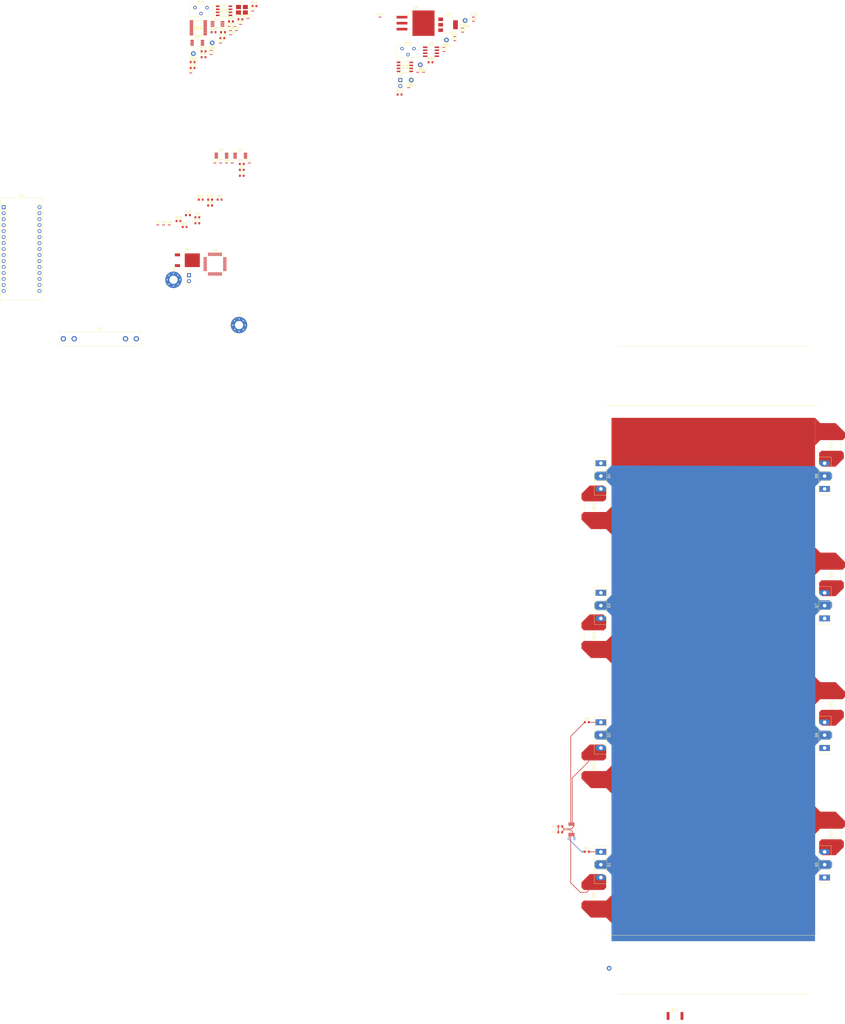
<source format=kicad_pcb>
(kicad_pcb (version 20211014) (generator pcbnew)
  (layers (0 "F.Cu" signal) (31 "B.Cu" signal) (34 "B.Paste" user) (35 "F.Paste" user) (36 "B.SilkS" user "B.Silkscreen") (37 "F.SilkS" user "F.Silkscreen") (38 "B.Mask" user) (39 "F.Mask" user) (44 "Edge.Cuts" user))
  (net 0 "")
  (net 31 "+12V")
  (net 32 "GND")
  (net 33 "+3V3")
  (net 34 "Net-(C10-Pad2)")
  (net 35 "+2.048V")
  (net 36 "Net-(C13-Pad1)")
  (net 37 "-3V3")
  (net 38 "Net-(C19-Pad1)")
  (net 39 "Net-(C27-Pad1)")
  (net 40 "Net-(C27-Pad2)")
  (net 41 "Net-(C28-Pad2)")
  (net 42 "Net-(C31-Pad1)")
  (net 43 "Net-(C34-Pad1)")
  (net 44 "Net-(C35-Pad1)")
  (net 45 "Net-(C35-Pad2)")
  (net 46 "Net-(D1-Pad1)")
  (net 47 "LOAD_POS")
  (net 48 "Net-(F1-Pad2)")
  (net 53 "/ADC_DAC/VSENSE_P")
  (net 54 "/ADC_DAC/VSENSE_N")
  (net 55 "Net-(Q1-Pad1)")
  (net 56 "Net-(Q1-Pad3)")
  (net 57 "Net-(Q2-Pad1)")
  (net 58 "Net-(Q2-Pad3)")
  (net 59 "Net-(Q3-Pad1)")
  (net 60 "Net-(Q3-Pad3)")
  (net 61 "Net-(Q4-Pad1)")
  (net 62 "Net-(Q4-Pad3)")
  (net 63 "Net-(Q5-Pad1)")
  (net 64 "Net-(Q5-Pad3)")
  (net 65 "Net-(Q6-Pad1)")
  (net 66 "Net-(Q6-Pad3)")
  (net 67 "Net-(Q7-Pad1)")
  (net 68 "Net-(Q7-Pad3)")
  (net 69 "Net-(Q8-Pad1)")
  (net 70 "Net-(Q8-Pad3)")
  (net 71 "/MOSFETS/ISET")
  (net 72 "Net-(R1-Pad2)")
  (net 73 "Net-(R2-Pad2)")
  (net 74 "Net-(R3-Pad2)")
  (net 75 "Net-(R4-Pad2)")
  (net 76 "Net-(R5-Pad1)")
  (net 77 "Net-(R6-Pad1)")
  (net 78 "Net-(R7-Pad1)")
  (net 79 "Net-(R8-Pad1)")
  (net 80 "LOAD_NEG")
  (net 81 "Net-(R13-Pad2)")
  (net 82 "Net-(R14-Pad2)")
  (net 83 "Net-(R15-Pad2)")
  (net 84 "Net-(R16-Pad2)")
  (net 85 "Net-(R17-Pad1)")
  (net 86 "Net-(R18-Pad1)")
  (net 87 "Net-(R19-Pad1)")
  (net 88 "Net-(R20-Pad1)")
  (net 89 "Net-(R25-Pad2)")
  (net 90 "Net-(R26-Pad1)")
  (net 91 "Net-(R26-Pad2)")
  (net 92 "Net-(R27-Pad2)")
  (net 93 "Net-(R29-Pad2)")
  (net 94 "Net-(R30-Pad2)")
  (net 95 "Net-(R48-Pad1)")
  (net 96 "Net-(R48-Pad2)")
  (net 97 "Net-(RV1-Pad1)")
  (net 98 "Net-(RV1-Pad3)")
  (net 154 "/ADC_DAC/ISET")
  (net 155 "/ADC_DAC/SCL")
  (net 156 "/ADC_DAC/SDA")
  (net 161 "/ADC_DAC/~{ADC_SYNC}")
  (net 162 "/ADC_DAC/~{ADC_CS}")
  (net 163 "/ADC_DAC/~{ADC_DRDY}")
  (net 164 "/ADC_DAC/SCK")
  (net 165 "/ADC_DAC/MISO")
  (net 166 "/ADC_DAC/MOSI")
  (net 167 "Net-(U12-Pad17)")
  (footprint "Resistor_SMD:R_0603_1608Metric" (layer "F.Cu") (at 151.5 219.5)
    (fp_text reference "R6")
    (fp_text value "200")
  )
  (footprint "Package_SO:MSOP-8_3x3mm_P0.65mm" (layer "F.Cu") (at -5.4 -77.02)
    (fp_text reference "U11")
    (fp_text value "MAX5217")
  )
  (footprint "Resistor_SMD:R_2512_6332Metric" (layer "F.Cu") (at 152.18 293 -90)
    (fp_text reference "R9")
    (fp_text value "0R1 1% 2W")
  )
  (footprint "Connector_PinHeader_2.54mm:PinHeader_1x02_P2.54mm_Vertical" (layer "F.Cu") (at 72.275 -53.15)
    (fp_text reference "J4")
    (fp_text value "DC 15V..18V")
  )
  (footprint "Resistor_SMD:R_0603_1608Metric" (layer "F.Cu") (at 140.25 266.25)
    (fp_text reference "R1")
    (fp_text value "10K")
  )
  (footprint "Capacitor_SMD:C_0201_0603Metric" (layer "F.Cu") (at 90.775 -65.25)
    (fp_text reference "C27")
    (fp_text value "10uF")
  )
  (footprint "Capacitor_SMD:C_0201_0603Metric" (layer "F.Cu") (at 0.83 -17.93)
    (fp_text reference "C2")
    (fp_text value "0.1uF")
  )
  (footprint "MountingHole:MountingHole_3.5mm_Pad_Via" (layer "F.Cu") (at 3.72 50.88)
    (fp_text reference "J2")
    (fp_text value "LOAD_POS")
  )
  (footprint "SamacSys_Parts:SOIC127P599X175-8N" (layer "F.Cu") (at 74.2 -58.748)
    (fp_text reference "IC2")
    (fp_text value "LTC1046CS8#PBF" hide)
  )
  (footprint "TestPoint:TestPoint_Loop_D2.50mm_Drill1.0mm" (layer "F.Cu") (at 80.775 -59.65)
    (fp_text reference "TP6")
    (fp_text value "+3.3V")
  )
  (footprint "Capacitor_SMD:C_0201_0603Metric" (layer "F.Cu") (at -1.62 -17.93)
    (fp_text reference "C8")
    (fp_text value "0.1uF")
  )
  (footprint "Potentiometer_THT:Potentiometer_Bourns_3296Y_Vertical" (layer "F.Cu") (at 78.075 -66.5)
    (fp_text reference "RV2")
    (fp_text value "10K")
  )
  (footprint "Resistor_SMD:R_0603_1608Metric" (layer "F.Cu") (at -11.35 -62.86)
    (fp_text reference "R30")
    (fp_text value "6.7K")
  )
  (footprint "Resistor_SMD:R_0603_1608Metric" (layer "F.Cu") (at 151.5 274.5)
    (fp_text reference "R5")
    (fp_text value "200")
  )
  (footprint "Capacitor_SMD:C_0201_0603Metric" (layer "F.Cu") (at 79.675 -56.45)
    (fp_text reference "C10")
    (fp_text value "1uF")
  )
  (footprint "Capacitor_SMD:C_0201_0603Metric" (layer "F.Cu") (at -6.52 -17.93)
    (fp_text reference "C3")
    (fp_text value "1uF")
  )
  (footprint "Resistor_SMD:R_0603_1608Metric" (layer "F.Cu") (at -16 -58.31)
    (fp_text reference "R28")
    (fp_text value "1K")
  )
  (footprint "Resistor_SMD:R_0603_1608Metric" (layer "F.Cu") (at 4.89 -12.53)
    (fp_text reference "R7")
    (fp_text value "200")
  )
  (footprint "Capacitor_SMD:C_0201_0603Metric" (layer "F.Cu") (at 103.365 -79.9)
    (fp_text reference "C23")
    (fp_text value "0.1uF")
  )
  (footprint "Capacitor_SMD:C_0201_0603Metric" (layer "F.Cu") (at -4.12 -68.85)
    (fp_text reference "C13")
    (fp_text value "0.1uF")
  )
  (footprint "Package_TO_SOT_SMD:TO-252-2" (layer "F.Cu") (at -18.23 23.35)
    (fp_text reference "D1")
    (fp_text value "V60DM100C")
  )
  (footprint "Resistor_SMD:R_0603_1608Metric" (layer "F.Cu") (at 4.32 -78.94)
    (fp_text reference "R25")
    (fp_text value "1K")
  )
  (footprint "Resistor_SMD:R_2512_6332Metric" (layer "F.Cu") (at 189 344.25)
    (fp_text reference "R41")
    (fp_text value "CSS2H-5930K-2L00F")
  )
  (footprint "SamacSys_Parts:SOIC127P600X175-8N" (layer "F.Cu") (at -2.605 -82.57)
    (fp_text reference "U13")
    (fp_text value "OPA277UA" hide)
  )
  (footprint "Capacitor_SMD:C_0201_0603Metric" (layer "F.Cu") (at 63.635 -79.9)
    (fp_text reference "C35")
    (fp_text value "10nF")
  )
  (footprint "Capacitor_SMD:C_0201_0603Metric" (layer "F.Cu") (at 7.55 -79.32)
    (fp_text reference "C32")
    (fp_text value "1uF")
  )
  (footprint "Resistor_SMD:R_0603_1608Metric" (layer "F.Cu") (at 4.89 -17.55)
    (fp_text reference "R17")
    (fp_text value "200")
  )
  (footprint "Package_TO_SOT_THT:TO-247-3_Vertical" (layer "F.Cu") (at 157.5 274.55 -90)
    (fp_text reference "Q1")
    (fp_text value "IRFP260")
  )
  (footprint "Resistor_SMD:R_0603_1608Metric" (layer "F.Cu") (at -11.35 -65.37)
    (fp_text reference "R49")
    (fp_text value "1K 0.05%")
  )
  (footprint "Resistor_SMD:R_0603_1608Metric" (layer "F.Cu") (at 0.31 -78.04)
    (fp_text reference "R29")
    (fp_text value "6.7K")
  )
  (footprint "Capacitor_SMD:C_0201_0603Metric" (layer "F.Cu") (at 98.715 -73.5)
    (fp_text reference "C20")
    (fp_text value "1uF")
  )
  (footprint "Package_TO_SOT_SMD:TO-263-3_TabPin2" (layer "F.Cu") (at 78.745 -77.32)
    (fp_text reference "U9")
    (fp_text value "MC7812BD2TR4G")
  )
  (footprint "Capacitor_SMD:C_0201_0603Metric" (layer "F.Cu") (at 95.425 -71.65)
    (fp_text reference "C21")
    (fp_text value "1uF")
  )
  (footprint "Resistor_SMD:R_2512_6332Metric" (layer "F.Cu") (at 152.25 182.75 -90)
    (fp_text reference "R11")
    (fp_text value "0R1 1% 2W")
  )
  (footprint "Resistor_SMD:R_0603_1608Metric" (layer "F.Cu") (at -8.55 0.1)
    (fp_text reference "R18")
    (fp_text value "200")
  )
  (footprint "Package_SO:SOIC-8_3.9x4.9mm_P1.27mm" (layer "F.Cu") (at 85.325 -65.2)
    (fp_text reference "U5")
    (fp_text value "REF5020AID")
  )
  (footprint "Capacitor_SMD:C_0201_0603Metric" (layer "F.Cu") (at 2.59 -74.16)
    (fp_text reference "C30")
    (fp_text value "0.1uF")
  )
  (footprint "Resistor_SMD:R_0603_1608Metric" (layer "F.Cu") (at -3.09 -73.49)
    (fp_text reference "R42")
    (fp_text value "10K")
  )
  (footprint "Capacitor_SMD:C_0201_0603Metric" (layer "F.Cu") (at -16.78 -56.18)
    (fp_text reference "C14")
    (fp_text value "0.1uF")
  )
  (footprint "TestPoint:TestPoint_Loop_D2.50mm_Drill1.0mm" (layer "F.Cu") (at -7.67 -68.95)
    (fp_text reference "TP1")
    (fp_text value "VS-")
  )
  (footprint "Capacitor_SMD:C_0201_0603Metric" (layer "F.Cu") (at 8.12 -17.93)
    (fp_text reference "C4")
    (fp_text value "0.1uF")
  )
  (footprint "Capacitor_SMD:C_0201_0603Metric" (layer "F.Cu") (at 90.775 -67)
    (fp_text reference "C22")
    (fp_text value "0.1uF")
  )
  (footprint "TestPoint:TestPoint_Loop_D2.50mm_Drill1.0mm" (layer "F.Cu") (at 99.815 -78.45)
    (fp_text reference "TP8")
    (fp_text value "+2.048V")
  )
  (footprint "Resistor_SMD:R_0603_1608Metric" (layer "F.Cu") (at -13.98 5.12)
    (fp_text reference "R3")
    (fp_text value "10K")
  )
  (footprint "Package_TO_SOT_THT:TO-247-3_Vertical" (layer "F.Cu") (at 157.5 219.55 -90)
    (fp_text reference "Q2")
    (fp_text value "IRFP260")
  )
  (footprint "Resistor_SMD:R_0603_1608Metric" (layer "F.Cu") (at -22 6.69)
    (fp_text reference "R19")
    (fp_text value "200")
  )
  (footprint "Resistor_SMD:R_2512_6332Metric" (layer "F.Cu") (at 257.75 157 90)
    (fp_text reference "R23")
    (fp_text value "0R1 1% 2W")
  )
  (footprint "Capacitor_SMD:C_0201_0603Metric" (layer "F.Cu") (at 103.365 -78.15)
    (fp_text reference "C19")
    (fp_text value "470uF")
  )
  (footprint "Resistor_SMD:R_0603_1608Metric" (layer "F.Cu") (at 140.25 263.75)
    (fp_text reference "R2")
    (fp_text value "10K")
  )
  (footprint "Resistor_SMD:R_0603_1608Metric" (layer "F.Cu") (at 85.105 -60.72)
    (fp_text reference "R26")
    (fp_text value "470K")
  )
  (footprint "Capacitor_SMD:C_0201_0603Metric" (layer "F.Cu") (at -28.34 8.35)
    (fp_text reference "C6")
    (fp_text value "0.1uF")
  )
  (footprint "Package_SO:VSSOP-8_3.0x3.0mm_P0.65mm" (layer "F.Cu") (at -14 -69)
    (fp_text reference "U8")
    (fp_text value "OPA2182")
  )
  (footprint "Capacitor_SMD:C_0201_0603Metric" (layer "F.Cu") (at 0.14 -74.16)
    (fp_text reference "C26")
    (fp_text value "1uF")
  )
  (footprint "Capacitor_SMD:C_0201_0603Metric" (layer "F.Cu") (at -4.07 -17.93)
    (fp_text reference "C7")
    (fp_text value "1uF")
  )
  (footprint "Package_TO_SOT_THT:TO-247-3_Vertical" (layer "F.Cu") (at 252.57 285.45 90)
    (fp_text reference "Q5")
    (fp_text value "IRFP260")
  )
  (footprint "Resistor_SMD:R_0603_1608Metric" (layer "F.Cu") (at -13.98 7.63)
    (fp_text reference "R14")
    (fp_text value "10K")
  )
  (footprint "Crystal:Crystal_SMD_3225-4Pin_3.2x2.5mm_HandSoldering" (layer "F.Cu") (at 4.97 -83.02)
    (fp_text reference "X1")
    (fp_text value "FD0810004")
  )
  (footprint "Resistor_SMD:R_0603_1608Metric" (layer "F.Cu") (at 4.89 -15.04)
    (fp_text reference "R4")
    (fp_text value "10K")
  )
  (footprint "Package_TO_SOT_THT:TO-247-3_Vertical" (layer "F.Cu") (at 252.57 175.45 90)
    (fp_text reference "Q7")
    (fp_text value "IRFP260")
  )
  (footprint "Capacitor_SMD:C_0201_0603Metric" (layer "F.Cu") (at 95.425 -69.9)
    (fp_text reference "C11")
    (fp_text value "10uF")
  )
  (footprint "SamacSys_Parts:SOP65P640X120-20N" (layer "F.Cu") (at -13.555 -75.345)
    (fp_text reference "U12")
    (fp_text value "ADS131M02IPWR" hide)
  )
  (footprint "Connector_PinHeader_2.54mm:PinHeader_1x02_P2.54mm_Vertical" (layer "F.Cu") (at -17.53 29.7)
    (fp_text reference "J1")
    (fp_text value "VSENSE")
  )
  (footprint "Resistor_SMD:R_0603_1608Metric" (layer "F.Cu") (at -19.38 9.2)
    (fp_text reference "R20")
    (fp_text value "200")
  )
  (footprint "Capacitor_SMD:C_0201_0603Metric" (layer "F.Cu") (at -30.79 8.35)
    (fp_text reference "C1")
    (fp_text value "1uF")
  )
  (footprint "Resistor_SMD:R_0603_1608Metric" (layer "F.Cu") (at 71.955 -47.02)
    (fp_text reference "R27")
    (fp_text value "1K")
  )
  (footprint "Capacitor_SMD:C_0201_0603Metric" (layer "F.Cu") (at 0.14 -72.41)
    (fp_text reference "C18")
    (fp_text value "0.1uF")
  )
  (footprint "Resistor_SMD:R_2512_6332Metric" (layer "F.Cu") (at 152.25 238 -90)
    (fp_text reference "R10")
    (fp_text value "0R1 1% 2W")
  )
  (footprint "Package_SO:VSSOP-8_3.0x3.0mm_P0.65mm" (layer "F.Cu") (at 4.27 -21.08)
    (fp_text reference "U2")
    (fp_text value "OPA2182")
  )
  (footprint "Resistor_SMD:R_0603_1608Metric" (layer "F.Cu") (at -8.55 -2.41)
    (fp_text reference "R16")
    (fp_text value "10K")
  )
  (footprint "TestPoint:TestPoint_Loop_D2.50mm_Drill1.0mm" (layer "F.Cu") (at -15.68 -64.4)
    (fp_text reference "TP2")
    (fp_text value "VS+")
  )
  (footprint "Resistor_SMD:R_2512_6332Metric" (layer "F.Cu") (at 257.75 212 90)
    (fp_text reference "R22")
    (fp_text value "0R1 1% 2W")
  )
  (footprint "Capacitor_SMD:C_0201_0603Metric" (layer "F.Cu") (at -8.12 -64)
    (fp_text reference "C33")
    (fp_text value "0.1uF")
  )
  (footprint "Capacitor_SMD:C_0201_0603Metric" (layer "F.Cu") (at -8.12 -65.75)
    (fp_text reference "C29")
    (fp_text value "0.1uF")
  )
  (footprint "TestPoint:TestPoint_Loop_D2.50mm_Drill1.0mm" (layer "F.Cu") (at 91.875 -70.2)
    (fp_text reference "TP5")
    (fp_text value "+12V")
  )
  (footprint "Resistor_SMD:R_0603_1608Metric" (layer "F.Cu") (at -3.34 -70.98)
    (fp_text reference "R48")
    (fp_text value "3K 0.05%")
  )
  (footprint "Package_TO_SOT_THT:TO-247-3_Vertical" (layer "F.Cu") (at 157.5 164.55 -90)
    (fp_text reference "Q3")
    (fp_text value "IRFP260")
  )
  (footprint "Capacitor_SMD:C_0201_0603Metric" (layer "F.Cu") (at 4.43 -76.81)
    (fp_text reference "C34")
    (fp_text value "10nF")
  )
  (footprint "Potentiometer_THT:Potentiometer_Bourns_3296Y_Vertical" (layer "F.Cu") (at -9.88 -83.92)
    (fp_text reference "RV1")
    (fp_text value "20K")
  )
  (footprint "Package_SO:VSSOP-8_3.0x3.0mm_P0.65mm" (layer "F.Cu") (at 145 265 90)
    (fp_text reference "U1")
    (fp_text value "OPA2182")
  )
  (footprint "Resistor_SMD:R_0603_1608Metric" (layer "F.Cu") (at -7.1 -73.49)
    (fp_text reference "R38")
    (fp_text value "1M")
  )
  (footprint "Resistor_SMD:R_0603_1608Metric" (layer "F.Cu") (at -16 -60.82)
    (fp_text reference "R37")
    (fp_text value "1M")
  )
  (footprint "TestPoint:TestPoint_Loop_D2.50mm_Drill1.0mm" (layer "F.Cu") (at 76.925 -53.15)
    (fp_text reference "TP7")
    (fp_text value "-5V")
  )
  (footprint "Module:Arduino_Nano" (layer "F.Cu") (at -96.29 0.83)
    (fp_text reference "A1")
    (fp_text value "Arduino_Nano_v3.x")
  )
  (footprint "Capacitor_SMD:C_0201_0603Metric" (layer "F.Cu") (at -25.89 8.35)
    (fp_text reference "C5")
    (fp_text value "1uF")
  )
  (footprint "Capacitor_SMD:C_0201_0603Metric" (layer "F.Cu") (at 1.98 -75.91)
    (fp_text reference "C17")
    (fp_text value "1uF")
  )
  (footprint "Resistor_SMD:R_2512_6332Metric" (layer "F.Cu") (at 257.75 267 90)
    (fp_text reference "R21")
    (fp_text value "0R1 1% 2W")
  )
  (footprint "Package_TO_SOT_THT:TO-247-3_Vertical" (layer "F.Cu") (at 252.57 120.45 90)
    (fp_text reference "Q8")
    (fp_text value "IRFP260")
  )
  (footprint "Fuse:Fuseholder_Littelfuse_100_series_5x30mm" (layer "F.Cu") (at -70.91 56.69)
    (fp_text reference "F1")
    (fp_text value "Fuse 50A")
  )
  (footprint "Resistor_SMD:R_2512_6332Metric" (layer "F.Cu") (at 257.75 102 90)
    (fp_text reference "R24")
    (fp_text value "0R1 1% 2W")
  )
  (footprint "Resistor_SMD:R_0603_1608Metric" (layer "F.Cu") (at -4.54 -2.41)
    (fp_text reference "R8")
    (fp_text value "200")
  )
  (footprint "Resistor_SMD:R_2512_6332Metric" (layer "F.Cu") (at 152.25 128 -90)
    (fp_text reference "R12")
    (fp_text value "0R1 1% 2W")
  )
  (footprint "Capacitor_SMD:C_0201_0603Metric" (layer "F.Cu") (at 82.125 -56.45)
    (fp_text reference "C12")
    (fp_text value "10uF")
  )
  (footprint "MountingHole:MountingHole_3.5mm_Pad_Via" (layer "F.Cu") (at -24.13 31.65)
    (fp_text reference "J3")
    (fp_text value "LOAD_NEG")
  )
  (footprint "Package_SO:VSSOP-8_3.0x3.0mm_P0.65mm" (layer "F.Cu") (at -3.74 -21.08)
    (fp_text reference "U4")
    (fp_text value "OPA2182")
  )
  (footprint "Resistor_SMD:R_0603_1608Metric" (layer "F.Cu") (at 10.3 -84.59)
    (fp_text reference "R44")
    (fp_text value "1K")
  )
  (footprint "Capacitor_SMD:C_0201_0603Metric" (layer "F.Cu") (at -0.47 -75.91)
    (fp_text reference "C25")
    (fp_text value "10nF")
  )
  (footprint "Resistor_SMD:R_0603_1608Metric" (layer "F.Cu") (at -12.56 -2.41)
    (fp_text reference "R15")
    (fp_text value "10K")
  )
  (footprint "Package_QFP:LQFP-48_7x7mm_P0.5mm" (layer "F.Cu") (at -6.48 25)
    (fp_text reference "U6")
    (fp_text value "STM32F103C8Tx")
  )
  (footprint "Capacitor_SMD:C_0201_0603Metric" (layer "F.Cu") (at 98.715 -75.25)
    (fp_text reference "C24")
    (fp_text value "10uF")
  )
  (footprint "Resistor_SMD:R_0603_1608Metric" (layer "F.Cu") (at -17.99 4.18)
    (fp_text reference "R13")
    (fp_text value "10K")
  )
  (footprint "Package_TO_SOT_THT:TO-247-3_Vertical" (layer "F.Cu") (at 252.57 230.45 90)
    (fp_text reference "Q6")
    (fp_text value "IRFP260")
  )
  (footprint "Capacitor_SMD:C_0201_0603Metric" (layer "F.Cu") (at 9.52 -82.46)
    (fp_text reference "C31")
    (fp_text value "0.22uF")
  )
  (footprint "Package_TO_SOT_THT:TO-247-3_Vertical" (layer "F.Cu") (at 157.5 109.55 -90)
    (fp_text reference "Q4")
    (fp_text value "IRFP260")
  )
  (footprint "Package_TO_SOT_SMD:SOT-223-3_TabPin2" (layer "F.Cu") (at 92.565 -76.65)
    (fp_text reference "U10")
    (fp_text value "LD1117S33TR_SOT223")
  )
  (footprint "Capacitor_SMD:C_0201_0603Metric" (layer "F.Cu") (at 75.825 -49.95)
    (fp_text reference "C28")
    (fp_text value "10uF")
  )
  (gr_line (start 165 60) (end 245 60) (layer "F.SilkS") (width 0.15))
  (gr_line (start 250 85) (end 160 85) (layer "F.SilkS") (width 0.15))
  (gr_line (start 160 310) (end 250 310) (layer "F.SilkS") (width 0.15))
  (gr_line (start 165 335) (end 245 335) (layer "F.SilkS") (width 0.15))
  (via (at 161 324) (size 2) (drill 1) (layers "F.Cu" "B.Cu") (net 0))
  (segment (start 145.975 268.225) (end 146.25 268.5) (width 0.25) (layer "F.Cu") (net 32))
  (segment (start 145.975 267.2) (end 145.975 268.225) (width 0.25) (layer "F.Cu") (net 32))
  (segment (start 146.25 269.25) (end 146.25 268.5) (width 0.25) (layer "F.Cu") (net 32))
  (via (at 146.25 268.5) (size 0.8) (drill 0.4) (layers "F.Cu" "B.Cu") (net 32))
  (via (at 146.25 269.25) (size 0.8) (drill 0.4) (layers "F.Cu" "B.Cu") (net 32))
  (segment (start 152.325 274.5) (end 152.375 274.55) (width 0.25) (layer "F.Cu") (net 55))
  (segment (start 152.375 274.55) (end 157.5 274.55) (width 0.25) (layer "F.Cu") (net 55))
  (segment (start 144.675 287.675) (end 144.675 267.2) (width 0.25) (layer "F.Cu") (net 56))
  (segment (start 148.75 291.75) (end 144.675 287.675) (width 0.25) (layer "F.Cu") (net 56))
  (segment (start 152.18 290.0375) (end 152.18 291.07) (width 0.25) (layer "F.Cu") (net 56))
  (segment (start 152.18 291.07) (end 151.5 291.75) (width 0.25) (layer "F.Cu") (net 56))
  (segment (start 151.5 291.75) (end 148.75 291.75) (width 0.25) (layer "F.Cu") (net 56))
  (segment (start 152.375 219.55) (end 157.5 219.55) (width 0.25) (layer "F.Cu") (net 57))
  (segment (start 152.325 219.5) (end 152.375 219.55) (width 0.25) (layer "F.Cu") (net 57))
  (segment (start 145.325 243.175) (end 152.25 236.25) (width 0.25) (layer "F.Cu") (net 58))
  (segment (start 152.25 236.25) (end 152.25 235.0375) (width 0.25) (layer "F.Cu") (net 58))
  (segment (start 145.325 262.8) (end 145.325 243.175) (width 0.25) (layer "F.Cu") (net 58))
  (segment (start 139.425 266.25) (end 139.425 263.75) (width 0.25) (layer "F.Cu") (net 71))
  (segment (start 145.325 267.2) (end 145.325 265.825) (width 0.25) (layer "F.Cu") (net 72))
  (segment (start 144.75 265.25) (end 141.75 265.25) (width 0.25) (layer "F.Cu") (net 72))
  (segment (start 141.075 265.925) (end 141.075 266.25) (width 0.25) (layer "F.Cu") (net 72))
  (segment (start 145.325 265.825) (end 144.75 265.25) (width 0.25) (layer "F.Cu") (net 72))
  (segment (start 141.75 265.25) (end 141.075 265.925) (width 0.25) (layer "F.Cu") (net 72))
  (segment (start 145.975 263.775) (end 145 264.75) (width 0.25) (layer "F.Cu") (net 73))
  (segment (start 145 264.75) (end 141.75 264.75) (width 0.25) (layer "F.Cu") (net 73))
  (segment (start 141.075 264.075) (end 141.075 263.75) (width 0.25) (layer "F.Cu") (net 73))
  (segment (start 145.975 262.8) (end 145.975 263.775) (width 0.25) (layer "F.Cu") (net 73))
  (segment (start 141.75 264.75) (end 141.075 264.075) (width 0.25) (layer "F.Cu") (net 73))
  (segment (start 144.025 268.725) (end 143.75 269) (width 0.25) (layer "F.Cu") (net 76))
  (segment (start 149.75 274.5) (end 150.675 274.5) (width 0.25) (layer "F.Cu") (net 76))
  (segment (start 144.025 267.2) (end 144.025 268.725) (width 0.25) (layer "F.Cu") (net 76))
  (via (at 143.75 269) (size 0.8) (drill 0.4) (layers "F.Cu" "B.Cu") (net 76))
  (via (at 149.75 274.5) (size 0.8) (drill 0.4) (layers "F.Cu" "B.Cu") (net 76))
  (segment (start 143.75 269) (end 149.25 274.5) (width 0.25) (layer "B.Cu") (net 76))
  (segment (start 149.25 274.5) (end 149.75 274.5) (width 0.25) (layer "B.Cu") (net 76))
  (segment (start 144.675 262.8) (end 144.675 225.5) (width 0.25) (layer "F.Cu") (net 77))
  (segment (start 144.675 225.5) (end 150.675 219.5) (width 0.25) (layer "F.Cu") (net 77))
  (zone (net 80) (net_name "LOAD_NEG") (layer "F.Cu") (connect_pads yes (clearance 0.508)) (min_thickness 0.254) (fill yes (thermal_gap 0.508) (thermal_bridge_width 0.508))
    (polygon (pts (xy 159.75 240.25) (xy 162 238) (xy 162 249.75) (xy 159.75 247.5) (xy 153.25 247.5) (xy 149.25 243.5) (xy 149.25 241.25) (xy 150.25 240.25) (xy 153.5 240.25)))
  )
  (zone (net 80) (net_name "LOAD_NEG") (layer "F.Cu") (connect_pads yes (clearance 0.508)) (min_thickness 0.254) (fill yes (thermal_gap 0.508) (thermal_bridge_width 0.508))
    (polygon (pts (xy 250.75 154.75) (xy 248.5 157) (xy 248.5 145.25) (xy 250.75 147.5) (xy 257.25 147.5) (xy 261.25 151.5) (xy 261.25 153.75) (xy 260.25 154.75) (xy 257 154.75)))
  )
  (zone (net 80) (net_name "LOAD_NEG") (layer "F.Cu") (connect_pads yes (clearance 0.508)) (min_thickness 0.254) (fill yes (thermal_gap 0.508) (thermal_bridge_width 0.508))
    (polygon (pts (xy 250.75 264.75) (xy 248.5 267) (xy 248.5 255.25) (xy 250.75 257.5) (xy 257.25 257.5) (xy 261.25 261.5) (xy 261.25 263.75) (xy 260.25 264.75) (xy 257 264.75)))
  )
  (zone (net 80) (net_name "LOAD_NEG") (layer "F.Cu") (connect_pads yes (clearance 0.508)) (min_thickness 0.254) (fill yes (thermal_gap 0.508) (thermal_bridge_width 0.508))
    (polygon (pts (xy 248.5 310) (xy 162 310) (xy 162 90.25) (xy 248.5 90.25)))
  )
  (zone (net 80) (net_name "LOAD_NEG") (layer "F.Cu") (connect_pads yes (clearance 0.508)) (min_thickness 0.254) (fill yes (thermal_gap 0.508) (thermal_bridge_width 0.508))
    (polygon (pts (xy 250.75 99.75) (xy 248.5 102) (xy 248.5 90.25) (xy 250.75 92.5) (xy 257.25 92.5) (xy 261.25 96.5) (xy 261.25 98.75) (xy 260.25 99.75) (xy 257 99.75)))
  )
  (zone (net 80) (net_name "LOAD_NEG") (layer "F.Cu") (connect_pads yes (clearance 0.508)) (min_thickness 0.254) (fill yes (thermal_gap 0.508) (thermal_bridge_width 0.508))
    (polygon (pts (xy 159.75 295.25) (xy 162 293) (xy 162 304.75) (xy 159.75 302.5) (xy 153.25 302.5) (xy 149.25 298.5) (xy 149.25 296.25) (xy 150.25 295.25) (xy 153.5 295.25)))
  )
  (zone (net 68) (net_name "Net-(Q7-Pad3)") (layer "F.Cu") (connect_pads yes (clearance 0.508)) (min_thickness 0.254) (fill yes (thermal_gap 0.508) (thermal_bridge_width 0.508))
    (polygon (pts (xy 250.25 164.75) (xy 250.25 160.25) (xy 251.25 159.25) (xy 259.75 159.25) (xy 260.75 160.25) (xy 260.75 162.5) (xy 257.25 166) (xy 251.5 166)))
  )
  (zone (net 80) (net_name "LOAD_NEG") (layer "F.Cu") (connect_pads yes (clearance 0.508)) (min_thickness 0.254) (fill yes (thermal_gap 0.508) (thermal_bridge_width 0.508))
    (polygon (pts (xy 159.75 185) (xy 162 182.75) (xy 162 194.5) (xy 159.75 192.25) (xy 153.25 192.25) (xy 149.25 188.25) (xy 149.25 186) (xy 150.25 185) (xy 153.5 185)))
  )
  (zone (net 58) (net_name "Net-(Q2-Pad3)") (layer "F.Cu") (connect_pads yes (clearance 0.508)) (min_thickness 0.254) (fill yes (thermal_gap 0.508) (thermal_bridge_width 0.508))
    (polygon (pts (xy 159.75 230.25) (xy 159.75 234.75) (xy 158.75 235.75) (xy 150.25 235.75) (xy 149.25 234.75) (xy 149.25 232.5) (xy 152.75 229) (xy 158.5 229)))
  )
  (zone (net 60) (net_name "Net-(Q3-Pad3)") (layer "F.Cu") (connect_pads yes (clearance 0.508)) (min_thickness 0.254) (fill yes (thermal_gap 0.508) (thermal_bridge_width 0.508))
    (polygon (pts (xy 159.75 175) (xy 159.75 179.5) (xy 158.75 180.5) (xy 150.25 180.5) (xy 149.25 179.5) (xy 149.25 177.25) (xy 152.75 173.75) (xy 158.5 173.75)))
  )
  (zone (net 64) (net_name "Net-(Q5-Pad3)") (layer "F.Cu") (connect_pads yes (clearance 0.508)) (min_thickness 0.254) (fill yes (thermal_gap 0.508) (thermal_bridge_width 0.508))
    (polygon (pts (xy 250.25 274.75) (xy 250.25 270.25) (xy 251.25 269.25) (xy 259.75 269.25) (xy 260.75 270.25) (xy 260.75 272.5) (xy 257.25 276) (xy 251.5 276)))
  )
  (zone (net 56) (net_name "Net-(Q1-Pad3)") (layer "F.Cu") (connect_pads yes (clearance 0.508)) (min_thickness 0.254) (fill yes (thermal_gap 0.508) (thermal_bridge_width 0.508))
    (polygon (pts (xy 159.75 285.25) (xy 159.75 289.75) (xy 158.75 290.75) (xy 150.25 290.75) (xy 149.25 289.75) (xy 149.25 287.5) (xy 152.75 284) (xy 158.5 284)))
  )
  (zone (net 62) (net_name "Net-(Q4-Pad3)") (layer "F.Cu") (connect_pads yes (clearance 0.508)) (min_thickness 0.254) (fill yes (thermal_gap 0.508) (thermal_bridge_width 0.508))
    (polygon (pts (xy 159.75 120.25) (xy 159.75 124.75) (xy 158.75 125.75) (xy 150.25 125.75) (xy 149.25 124.75) (xy 149.25 122.5) (xy 152.75 119) (xy 158.5 119)))
  )
  (zone (net 70) (net_name "Net-(Q8-Pad3)") (layer "F.Cu") (connect_pads yes (clearance 0.508)) (min_thickness 0.254) (fill yes (thermal_gap 0.508) (thermal_bridge_width 0.508))
    (polygon (pts (xy 250.25 109.75) (xy 250.25 105.25) (xy 251.25 104.25) (xy 259.75 104.25) (xy 260.75 105.25) (xy 260.75 107.5) (xy 257.25 111) (xy 251.5 111)))
  )
  (zone (net 80) (net_name "LOAD_NEG") (layer "F.Cu") (connect_pads yes (clearance 0.508)) (min_thickness 0.254) (fill yes (thermal_gap 0.508) (thermal_bridge_width 0.508))
    (polygon (pts (xy 159.75 130.25) (xy 162 128) (xy 162 139.75) (xy 159.75 137.5) (xy 153.25 137.5) (xy 149.25 133.5) (xy 149.25 131.25) (xy 150.25 130.25) (xy 153.5 130.25)))
  )
  (zone (net 66) (net_name "Net-(Q6-Pad3)") (layer "F.Cu") (connect_pads yes (clearance 0.508)) (min_thickness 0.254) (fill yes (thermal_gap 0.508) (thermal_bridge_width 0.508))
    (polygon (pts (xy 250.25 219.75) (xy 250.25 215.25) (xy 251.25 214.25) (xy 259.75 214.25) (xy 260.75 215.25) (xy 260.75 217.5) (xy 257.25 221) (xy 251.5 221)))
  )
  (zone (net 80) (net_name "LOAD_NEG") (layer "F.Cu") (connect_pads yes (clearance 0.508)) (min_thickness 0.254) (fill yes (thermal_gap 0.508) (thermal_bridge_width 0.508))
    (polygon (pts (xy 250.75 209.75) (xy 248.5 212) (xy 248.5 200.25) (xy 250.75 202.5) (xy 257.25 202.5) (xy 261.25 206.5) (xy 261.25 208.75) (xy 260.25 209.75) (xy 257 209.75)))
  )
  (zone (net 47) (net_name "LOAD_POS") (layer "B.Cu") (connect_pads yes (clearance 0.508)) (min_thickness 0.254) (fill yes (thermal_gap 0.508) (thermal_bridge_width 0.508))
    (polygon (pts (xy 159.5 113) (xy 155.75 113) (xy 154.75 114) (xy 154.75 116) (xy 155.75 117) (xy 159.75 117) (xy 162 119.25) (xy 162 165.5) (xy 159.5 168) (xy 155.75 168) (xy 154.75 169) (xy 154.75 171) (xy 155.75 172) (xy 159.75 172) (xy 162 174.25) (xy 162 220.5) (xy 159.5 223) (xy 155.75 223) (xy 154.75 224) (xy 154.75 226) (xy 155.75 227) (xy 159.75 227) (xy 162 229.25) (xy 162 275.5) (xy 159.5 278) (xy 155.75 278) (xy 154.75 279) (xy 154.75 281) (xy 155.75 282) (xy 159.75 282) (xy 162 284.25) (xy 162 312.5) (xy 248.5 312.5) (xy 248.5 284.5) (xy 251 282) (xy 254.75 282) (xy 255.75 281) (xy 255.75 279) (xy 254.75 278) (xy 250.75 278) (xy 248.5 275.75) (xy 248.5 229.5) (xy 251 227) (xy 254.75 227) (xy 255.75 226) (xy 255.75 224) (xy 254.75 223) (xy 250.75 223) (xy 248.5 220.75) (xy 248.5 174.25) (xy 251 171.75) (xy 254.75 171.75) (xy 255.75 170.75) (xy 255.75 168.75) (xy 254.75 167.75) (xy 250.75 167.75) (xy 248.5 165.5) (xy 248.5 119.5) (xy 251 117) (xy 254.75 117) (xy 255.75 116) (xy 255.75 114) (xy 254.75 113) (xy 250.75 113) (xy 248.5 110.75) (xy 163.75 110.505058) (xy 163.75 110.5) (xy 162 110.5)))
  )
)
</source>
